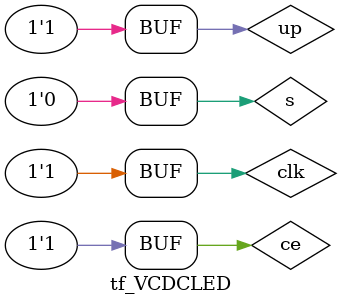
<source format=v>
`timescale 1ns / 1ps


module tf_VCDCLED;

	// Inputs
	reg clk;
	reg ce;
	reg s;
	reg up;

	// Outputs
	wire [3:0] Q;
	wire TC;
	wire CEO;

	// Instantiate the Unit Under Test (UUT)
	VCDCLED uut (
		.clk(clk), 
		.ce(ce), 
		.s(s), 
		.up(up), 
		.Q(Q), 
		.TC(TC), 
		.CEO(CEO)
	);

	parameter Tclk=20; //Ïåðèîä ñèãíàëà ñèíõðîíèçàöèè 20 íñ
	always begin clk=0; #(Tclk/2); clk=1; #(Tclk/2); end
	// Ãåíåðàòîð ïåðèîäè÷åñêîãî ñèãíàëà ce
	parameter Tce=80; //Ïåðèîä ñèãíàëà ce 80 íñ
	always begin ce=0; #(3*Tce/4); ce=1; #(1*Tce/4); end
	initial begin // Initialize Inputs
	up = 0;
	s = 0; //Èñõîäíîå ñîñòîÿíèå âõîäîâ
	#112; s = 1; //×åðåç 111 íñ 1
	#145; s = 0; //×åðåç 145 íñ 1
	#215; up = 1;
	end
      
endmodule


</source>
